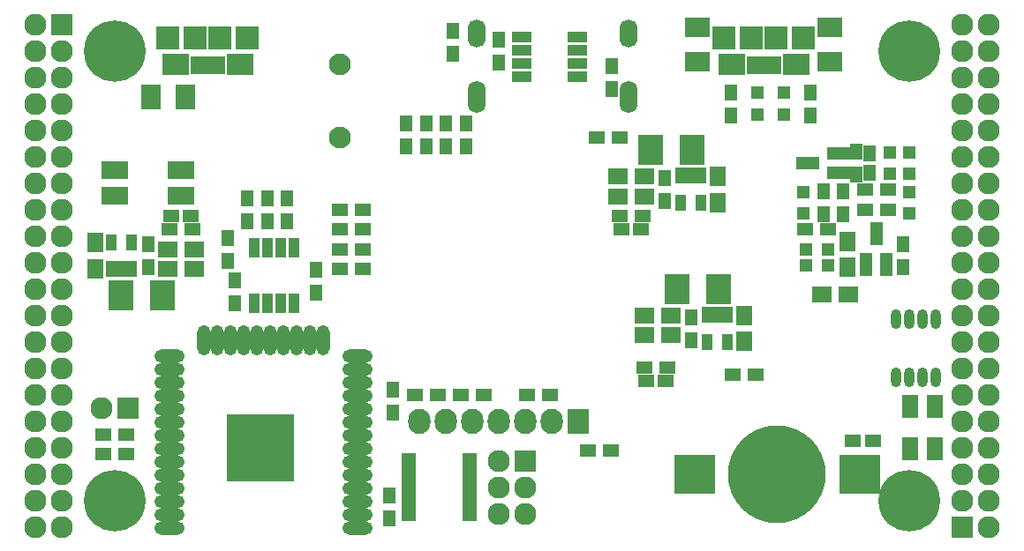
<source format=gbs>
G04 #@! TF.FileFunction,Soldermask,Bot*
%FSLAX46Y46*%
G04 Gerber Fmt 4.6, Leading zero omitted, Abs format (unit mm)*
G04 Created by KiCad (PCBNEW 4.0.5+dfsg1-4) date Thu May 18 23:50:24 2017*
%MOMM*%
%LPD*%
G01*
G04 APERTURE LIST*
%ADD10C,0.100000*%
%ADD11R,3.900000X3.700000*%
%ADD12C,9.400000*%
%ADD13R,2.432000X1.924000*%
%ADD14R,2.400000X2.900000*%
%ADD15R,1.100000X1.600000*%
%ADD16R,1.650000X1.900000*%
%ADD17R,1.900000X1.650000*%
%ADD18R,1.924000X2.432000*%
%ADD19O,1.009600X1.873200*%
%ADD20R,1.200000X1.300000*%
%ADD21R,1.300000X1.200000*%
%ADD22C,2.100000*%
%ADD23R,1.200000X2.300000*%
%ADD24R,2.300000X1.200000*%
%ADD25R,1.600000X1.150000*%
%ADD26R,1.150000X1.600000*%
%ADD27R,1.600000X1.300000*%
%ADD28R,1.300000X1.600000*%
%ADD29O,1.700000X3.100000*%
%ADD30O,1.700000X2.700000*%
%ADD31R,1.000000X1.950000*%
%ADD32R,1.950000X1.000000*%
%ADD33O,2.900000X1.300000*%
%ADD34O,1.300000X2.900000*%
%ADD35R,6.400000X6.400000*%
%ADD36R,2.127200X2.127200*%
%ADD37O,2.127200X2.127200*%
%ADD38C,5.900000*%
%ADD39R,1.400000X0.800000*%
%ADD40R,1.600000X2.200000*%
%ADD41R,2.600000X1.800000*%
%ADD42R,2.127200X2.432000*%
%ADD43O,2.127200X2.432000*%
%ADD44R,2.500000X2.000000*%
%ADD45R,2.300000X2.300000*%
%ADD46R,0.800000X1.750000*%
%ADD47R,2.200000X2.300000*%
G04 APERTURE END LIST*
D10*
D11*
X174390000Y-105870000D03*
X158590000Y-105870000D03*
D12*
X166490000Y-105870000D03*
D13*
X171570000Y-62944000D03*
X171570000Y-66246000D03*
D14*
X160870000Y-88090000D03*
X156870000Y-88090000D03*
D15*
X159825000Y-90600000D03*
X160775000Y-90600000D03*
X161725000Y-90600000D03*
X161725000Y-93200000D03*
X159825000Y-93200000D03*
D14*
X158330000Y-74755000D03*
X154330000Y-74755000D03*
D15*
X157285000Y-77235000D03*
X158235000Y-77235000D03*
X159185000Y-77235000D03*
X159185000Y-79835000D03*
X157285000Y-79835000D03*
D14*
X103530000Y-88725000D03*
X107530000Y-88725000D03*
D15*
X104575000Y-86215000D03*
X103625000Y-86215000D03*
X102675000Y-86215000D03*
X102675000Y-83615000D03*
X104575000Y-83615000D03*
D16*
X101085000Y-83665000D03*
X101085000Y-86165000D03*
D17*
X153810000Y-90630000D03*
X156310000Y-90630000D03*
X153810000Y-92535000D03*
X156310000Y-92535000D03*
D16*
X163315000Y-93150000D03*
X163315000Y-90650000D03*
D17*
X151270000Y-79200000D03*
X153770000Y-79200000D03*
X151270000Y-77295000D03*
X153770000Y-77295000D03*
D16*
X160775000Y-79815000D03*
X160775000Y-77315000D03*
D17*
X110590000Y-84280000D03*
X108090000Y-84280000D03*
X110590000Y-86185000D03*
X108090000Y-86185000D03*
D18*
X106419000Y-69675000D03*
X109721000Y-69675000D03*
D13*
X158870000Y-66246000D03*
X158870000Y-62944000D03*
D19*
X181730000Y-96599000D03*
X180460000Y-96599000D03*
X179190000Y-96599000D03*
X177920000Y-96599000D03*
X177920000Y-91011000D03*
X179190000Y-91011000D03*
X180460000Y-91011000D03*
X181730000Y-91011000D03*
D16*
X173221000Y-86038000D03*
X173221000Y-83538000D03*
D20*
X169250000Y-84280000D03*
X171350000Y-84280000D03*
D21*
X179190000Y-80885000D03*
X179190000Y-78785000D03*
X177285000Y-74975000D03*
X177285000Y-77075000D03*
X169030000Y-80885000D03*
X169030000Y-78785000D03*
D22*
X124580000Y-66540000D03*
X124580000Y-73540000D03*
D23*
X176965000Y-85780000D03*
X175065000Y-85780000D03*
X176015000Y-82780000D03*
D24*
X172435000Y-75075000D03*
X172435000Y-76975000D03*
X169435000Y-76025000D03*
D25*
X153910000Y-96910000D03*
X155810000Y-96910000D03*
X151570000Y-82375000D03*
X153470000Y-82375000D03*
X110290000Y-81105000D03*
X108390000Y-81105000D03*
D26*
X175380000Y-75075000D03*
X175380000Y-76975000D03*
D27*
X169200000Y-82375000D03*
X171400000Y-82375000D03*
D28*
X172840000Y-80935000D03*
X172840000Y-78735000D03*
D27*
X177115000Y-80470000D03*
X174915000Y-80470000D03*
D28*
X174110000Y-74925000D03*
X174110000Y-77125000D03*
X178555000Y-83815000D03*
X178555000Y-86015000D03*
X113785000Y-83180000D03*
X113785000Y-85380000D03*
X170935000Y-80935000D03*
X170935000Y-78735000D03*
X129280000Y-107900000D03*
X129280000Y-110100000D03*
D27*
X150572000Y-103584000D03*
X148372000Y-103584000D03*
X177115000Y-78565000D03*
X174915000Y-78565000D03*
X153760000Y-95640000D03*
X155960000Y-95640000D03*
X110440000Y-82375000D03*
X108240000Y-82375000D03*
X151420000Y-81105000D03*
X153620000Y-81105000D03*
D28*
X158235000Y-90800000D03*
X158235000Y-93000000D03*
X106165000Y-86015000D03*
X106165000Y-83815000D03*
X155695000Y-77465000D03*
X155695000Y-79665000D03*
D27*
X126782000Y-86185000D03*
X124582000Y-86185000D03*
X126782000Y-84279000D03*
X124582000Y-84279000D03*
X126782000Y-82375000D03*
X124582000Y-82375000D03*
X126782000Y-80470000D03*
X124582000Y-80470000D03*
D28*
X130930000Y-74417000D03*
X130930000Y-72217000D03*
X132835000Y-74417000D03*
X132835000Y-72217000D03*
X134740000Y-74417000D03*
X134740000Y-72217000D03*
X136645000Y-74417000D03*
X136645000Y-72217000D03*
D29*
X152280000Y-69650000D03*
X137680000Y-69650000D03*
D30*
X137680000Y-63600000D03*
X152280000Y-63600000D03*
D31*
X116325000Y-84120000D03*
X117595000Y-84120000D03*
X118865000Y-84120000D03*
X120135000Y-84120000D03*
X120135000Y-89520000D03*
X118865000Y-89520000D03*
X117595000Y-89520000D03*
X116325000Y-89520000D03*
D25*
X173795000Y-102695000D03*
X175695000Y-102695000D03*
D32*
X141980000Y-67705000D03*
X141980000Y-66435000D03*
X141980000Y-65165000D03*
X141980000Y-63895000D03*
X147380000Y-63895000D03*
X147380000Y-65165000D03*
X147380000Y-66435000D03*
X147380000Y-67705000D03*
D20*
X171350000Y-85804000D03*
X169250000Y-85804000D03*
D21*
X179190000Y-77075000D03*
X179190000Y-74975000D03*
D33*
X126260434Y-111030338D03*
X126260434Y-109760338D03*
X126260434Y-108490338D03*
X126260434Y-107220338D03*
X126260434Y-105950338D03*
X126260434Y-104680338D03*
X126260434Y-103410338D03*
X126260434Y-102140338D03*
X126260434Y-100870338D03*
X126260434Y-99600338D03*
X126260434Y-98330338D03*
X126260434Y-97060338D03*
X126260434Y-95790338D03*
X126260434Y-94520338D03*
D34*
X122975434Y-93030338D03*
X121705434Y-93030338D03*
X120435434Y-93030338D03*
X119165434Y-93030338D03*
X117895434Y-93030338D03*
X116625434Y-93030338D03*
X115355434Y-93030338D03*
X114085434Y-93030338D03*
X112815434Y-93030338D03*
X111545434Y-93030338D03*
D33*
X108260434Y-94520338D03*
X108260434Y-95790338D03*
X108260434Y-97060338D03*
X108260434Y-98330338D03*
X108260434Y-99600338D03*
X108260434Y-100870338D03*
X108260434Y-102140338D03*
X108260434Y-103410338D03*
X108260434Y-104680338D03*
X108260434Y-105950338D03*
X108260434Y-107220338D03*
X108260434Y-108490338D03*
X108260434Y-109760338D03*
X108260434Y-111030338D03*
D35*
X116960434Y-103330338D03*
D36*
X97910000Y-62690000D03*
D37*
X95370000Y-62690000D03*
X97910000Y-65230000D03*
X95370000Y-65230000D03*
X97910000Y-67770000D03*
X95370000Y-67770000D03*
X97910000Y-70310000D03*
X95370000Y-70310000D03*
X97910000Y-72850000D03*
X95370000Y-72850000D03*
X97910000Y-75390000D03*
X95370000Y-75390000D03*
X97910000Y-77930000D03*
X95370000Y-77930000D03*
X97910000Y-80470000D03*
X95370000Y-80470000D03*
X97910000Y-83010000D03*
X95370000Y-83010000D03*
X97910000Y-85550000D03*
X95370000Y-85550000D03*
X97910000Y-88090000D03*
X95370000Y-88090000D03*
X97910000Y-90630000D03*
X95370000Y-90630000D03*
X97910000Y-93170000D03*
X95370000Y-93170000D03*
X97910000Y-95710000D03*
X95370000Y-95710000D03*
X97910000Y-98250000D03*
X95370000Y-98250000D03*
X97910000Y-100790000D03*
X95370000Y-100790000D03*
X97910000Y-103330000D03*
X95370000Y-103330000D03*
X97910000Y-105870000D03*
X95370000Y-105870000D03*
X97910000Y-108410000D03*
X95370000Y-108410000D03*
X97910000Y-110950000D03*
X95370000Y-110950000D03*
D36*
X184270000Y-110950000D03*
D37*
X186810000Y-110950000D03*
X184270000Y-108410000D03*
X186810000Y-108410000D03*
X184270000Y-105870000D03*
X186810000Y-105870000D03*
X184270000Y-103330000D03*
X186810000Y-103330000D03*
X184270000Y-100790000D03*
X186810000Y-100790000D03*
X184270000Y-98250000D03*
X186810000Y-98250000D03*
X184270000Y-95710000D03*
X186810000Y-95710000D03*
X184270000Y-93170000D03*
X186810000Y-93170000D03*
X184270000Y-90630000D03*
X186810000Y-90630000D03*
X184270000Y-88090000D03*
X186810000Y-88090000D03*
X184270000Y-85550000D03*
X186810000Y-85550000D03*
X184270000Y-83010000D03*
X186810000Y-83010000D03*
X184270000Y-80470000D03*
X186810000Y-80470000D03*
X184270000Y-77930000D03*
X186810000Y-77930000D03*
X184270000Y-75390000D03*
X186810000Y-75390000D03*
X184270000Y-72850000D03*
X186810000Y-72850000D03*
X184270000Y-70310000D03*
X186810000Y-70310000D03*
X184270000Y-67770000D03*
X186810000Y-67770000D03*
X184270000Y-65230000D03*
X186810000Y-65230000D03*
X184270000Y-62690000D03*
X186810000Y-62690000D03*
D38*
X102990000Y-108410000D03*
X179190000Y-108410000D03*
X179190000Y-65230000D03*
X102990000Y-65230000D03*
D21*
X167125000Y-69260000D03*
X167125000Y-71360000D03*
X164585000Y-69260000D03*
X164585000Y-71360000D03*
D28*
X162045000Y-71410000D03*
X162045000Y-69210000D03*
X139820000Y-66330000D03*
X139820000Y-64130000D03*
X135375000Y-63300000D03*
X135375000Y-65500000D03*
X150615000Y-68870000D03*
X150615000Y-66670000D03*
D27*
X151380000Y-73600000D03*
X149180000Y-73600000D03*
D39*
X137005000Y-104215000D03*
X137005000Y-104865000D03*
X137005000Y-105515000D03*
X137005000Y-106165000D03*
X137005000Y-106815000D03*
X137005000Y-107465000D03*
X137005000Y-108115000D03*
X137005000Y-108765000D03*
X137005000Y-109415000D03*
X137005000Y-110065000D03*
X131205000Y-110065000D03*
X131205000Y-109415000D03*
X131205000Y-108765000D03*
X131205000Y-108115000D03*
X131205000Y-107465000D03*
X131205000Y-106815000D03*
X131205000Y-106165000D03*
X131205000Y-105515000D03*
X131205000Y-104865000D03*
X131205000Y-104215000D03*
D28*
X119500000Y-79370000D03*
X119500000Y-81570000D03*
X114480000Y-89500000D03*
X114480000Y-87300000D03*
X129660000Y-99985000D03*
X129660000Y-97785000D03*
X117595000Y-79370000D03*
X117595000Y-81570000D03*
X122280000Y-86300000D03*
X122280000Y-88500000D03*
X115690000Y-79370000D03*
X115690000Y-81570000D03*
D27*
X144730000Y-98250000D03*
X142530000Y-98250000D03*
X138380000Y-98250000D03*
X136180000Y-98250000D03*
X133935000Y-98250000D03*
X131735000Y-98250000D03*
X101890000Y-103965000D03*
X104090000Y-103965000D03*
D40*
X179260000Y-99425000D03*
X179260000Y-103425000D03*
X181660000Y-103425000D03*
X181660000Y-99425000D03*
D41*
X109315000Y-79180000D03*
X103015000Y-79180000D03*
X103015000Y-76680000D03*
X109315000Y-76680000D03*
D36*
X104260000Y-99520000D03*
D37*
X101720000Y-99520000D03*
D42*
X147440000Y-100790000D03*
D43*
X144900000Y-100790000D03*
X142360000Y-100790000D03*
X139820000Y-100790000D03*
X137280000Y-100790000D03*
X134740000Y-100790000D03*
X132200000Y-100790000D03*
D27*
X101890000Y-102060000D03*
X104090000Y-102060000D03*
D44*
X108780000Y-66510000D03*
X114980000Y-66510000D03*
D45*
X110680000Y-63960000D03*
X113080000Y-63960000D03*
D46*
X110580000Y-66635000D03*
X111230000Y-66635000D03*
X111880000Y-66635000D03*
X112530000Y-66635000D03*
X113180000Y-66635000D03*
D47*
X108080000Y-63960000D03*
X115680000Y-63960000D03*
D44*
X162120000Y-66510000D03*
X168320000Y-66510000D03*
D45*
X164020000Y-63960000D03*
X166420000Y-63960000D03*
D46*
X163920000Y-66635000D03*
X164570000Y-66635000D03*
X165220000Y-66635000D03*
X165870000Y-66635000D03*
X166520000Y-66635000D03*
D47*
X161420000Y-63960000D03*
X169020000Y-63960000D03*
D17*
X173330000Y-88600000D03*
X170830000Y-88600000D03*
D27*
X164415000Y-96345000D03*
X162215000Y-96345000D03*
D28*
X169665000Y-69210000D03*
X169665000Y-71410000D03*
D36*
X142360000Y-104600000D03*
D37*
X139820000Y-104600000D03*
X142360000Y-107140000D03*
X139820000Y-107140000D03*
X142360000Y-109680000D03*
X139820000Y-109680000D03*
M02*

</source>
